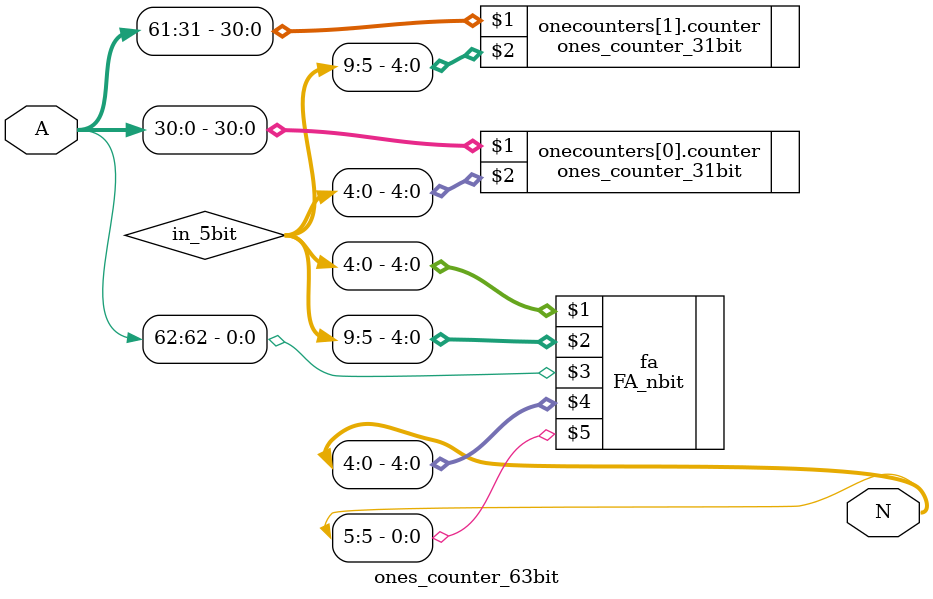
<source format=sv>
`timescale 1ns/1ns

module ones_counter_63bit (input [62:0] A, output [5:0] N);

	wire [9:0] in_5bit;
	genvar i;

	generate
	for (i=0; i < 2; i = i + 1) begin: onecounters
		ones_counter_31bit counter(A[i*31+30:i*31], in_5bit[i*5+4:i*5]);
	end
	endgenerate


	parameter m = 5;
	FA_nbit #(m) fa(in_5bit[4:0], in_5bit[9:5], A[62], N[4:0], N[5]);

endmodule

</source>
